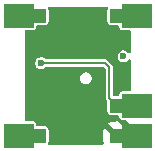
<source format=gbr>
%TF.GenerationSoftware,KiCad,Pcbnew,9.0.1+dfsg-1*%
%TF.CreationDate,2025-05-01T11:03:34+02:00*%
%TF.ProjectId,mems-microphone,6d656d73-2d6d-4696-9372-6f70686f6e65,rev?*%
%TF.SameCoordinates,Original*%
%TF.FileFunction,Copper,L2,Bot*%
%TF.FilePolarity,Positive*%
%FSLAX46Y46*%
G04 Gerber Fmt 4.6, Leading zero omitted, Abs format (unit mm)*
G04 Created by KiCad (PCBNEW 9.0.1+dfsg-1) date 2025-05-01 11:03:34*
%MOMM*%
%LPD*%
G01*
G04 APERTURE LIST*
G04 Aperture macros list*
%AMRoundRect*
0 Rectangle with rounded corners*
0 $1 Rounding radius*
0 $2 $3 $4 $5 $6 $7 $8 $9 X,Y pos of 4 corners*
0 Add a 4 corners polygon primitive as box body*
4,1,4,$2,$3,$4,$5,$6,$7,$8,$9,$2,$3,0*
0 Add four circle primitives for the rounded corners*
1,1,$1+$1,$2,$3*
1,1,$1+$1,$4,$5*
1,1,$1+$1,$6,$7*
1,1,$1+$1,$8,$9*
0 Add four rect primitives between the rounded corners*
20,1,$1+$1,$2,$3,$4,$5,0*
20,1,$1+$1,$4,$5,$6,$7,0*
20,1,$1+$1,$6,$7,$8,$9,0*
20,1,$1+$1,$8,$9,$2,$3,0*%
G04 Aperture macros list end*
%TA.AperFunction,CastellatedPad*%
%ADD10R,2.540000X2.000000*%
%TD*%
%TA.AperFunction,ComponentPad*%
%ADD11RoundRect,0.250000X-0.375000X-0.375000X0.375000X-0.375000X0.375000X0.375000X-0.375000X0.375000X0*%
%TD*%
%TA.AperFunction,ViaPad*%
%ADD12C,0.600000*%
%TD*%
%TA.AperFunction,Conductor*%
%ADD13C,0.200000*%
%TD*%
G04 APERTURE END LIST*
D10*
%TO.P,M1,1,VCC*%
%TO.N,VCC*%
X66950000Y-42545000D03*
D11*
X65250000Y-42545000D03*
D10*
%TO.P,M1,4*%
%TO.N,LR_SELECT*%
X66950000Y-50165000D03*
D11*
X65250000Y-50165000D03*
D10*
%TO.P,M1,5,GND*%
%TO.N,GND*%
X66950000Y-52705000D03*
D11*
X65250000Y-52705000D03*
%TO.P,M1,6*%
%TO.N,CLOCK*%
X58650000Y-42545000D03*
D10*
X56950000Y-42545000D03*
D11*
%TO.P,M1,10*%
%TO.N,DATA*%
X58650000Y-52705000D03*
D10*
X56950000Y-52705000D03*
%TD*%
D12*
%TO.N,*%
X65820000Y-45990000D03*
%TO.N,GND*%
X64220000Y-44360000D03*
X58700000Y-45570000D03*
X57880000Y-51100000D03*
X58220000Y-44080000D03*
X65330000Y-44010000D03*
X65240000Y-48630000D03*
X64140000Y-51140000D03*
X60500000Y-43270000D03*
X63860000Y-47200000D03*
%TO.N,LR_SELECT*%
X58840000Y-46560000D03*
%TD*%
D13*
%TO.N,LR_SELECT*%
X64610000Y-49525000D02*
X64610000Y-46910000D01*
X65250000Y-50165000D02*
X64610000Y-49525000D01*
X64610000Y-46910000D02*
X64260000Y-46560000D01*
X67000000Y-50460000D02*
X66430800Y-50460000D01*
X64260000Y-46560000D02*
X58840000Y-46560000D01*
%TD*%
%TA.AperFunction,Conductor*%
%TO.N,GND*%
G36*
X64429445Y-41795185D02*
G01*
X64475200Y-41847989D01*
X64485144Y-41917147D01*
X64475024Y-41948259D01*
X64475276Y-41948348D01*
X64427353Y-42085298D01*
X64427353Y-42085300D01*
X64424500Y-42115730D01*
X64424500Y-42974269D01*
X64427353Y-43004699D01*
X64427353Y-43004701D01*
X64472206Y-43132880D01*
X64472207Y-43132882D01*
X64552850Y-43242150D01*
X64662118Y-43322793D01*
X64704845Y-43337744D01*
X64790299Y-43367646D01*
X64820730Y-43370500D01*
X64820734Y-43370500D01*
X65355500Y-43370500D01*
X65422539Y-43390185D01*
X65468294Y-43442989D01*
X65479500Y-43494500D01*
X65479500Y-43564752D01*
X65491131Y-43623229D01*
X65491132Y-43623230D01*
X65535447Y-43689552D01*
X65601769Y-43733867D01*
X65601770Y-43733868D01*
X65660247Y-43745499D01*
X65660250Y-43745500D01*
X65660252Y-43745500D01*
X66325500Y-43745500D01*
X66392539Y-43765185D01*
X66438294Y-43817989D01*
X66449500Y-43869500D01*
X66449500Y-45616551D01*
X66429815Y-45683590D01*
X66377011Y-45729345D01*
X66307853Y-45739289D01*
X66244297Y-45710264D01*
X66226306Y-45688476D01*
X66225448Y-45689135D01*
X66220502Y-45682689D01*
X66220500Y-45682686D01*
X66127314Y-45589500D01*
X66070250Y-45556554D01*
X66013187Y-45523608D01*
X65949539Y-45506554D01*
X65885892Y-45489500D01*
X65754108Y-45489500D01*
X65626812Y-45523608D01*
X65512686Y-45589500D01*
X65512683Y-45589502D01*
X65419502Y-45682683D01*
X65419500Y-45682686D01*
X65353608Y-45796812D01*
X65319500Y-45924108D01*
X65319500Y-46055891D01*
X65353608Y-46183187D01*
X65376699Y-46223181D01*
X65419500Y-46297314D01*
X65512686Y-46390500D01*
X65626814Y-46456392D01*
X65754108Y-46490500D01*
X65754110Y-46490500D01*
X65885890Y-46490500D01*
X65885892Y-46490500D01*
X66013186Y-46456392D01*
X66127314Y-46390500D01*
X66220500Y-46297314D01*
X66220504Y-46297306D01*
X66225448Y-46290865D01*
X66227534Y-46292466D01*
X66268674Y-46253235D01*
X66337280Y-46240009D01*
X66402147Y-46265973D01*
X66442678Y-46322885D01*
X66449500Y-46363448D01*
X66449500Y-48840500D01*
X66429815Y-48907539D01*
X66377011Y-48953294D01*
X66325500Y-48964500D01*
X65660247Y-48964500D01*
X65601770Y-48976131D01*
X65601769Y-48976132D01*
X65535447Y-49020447D01*
X65491132Y-49086769D01*
X65491131Y-49086770D01*
X65479500Y-49145247D01*
X65479500Y-49215500D01*
X65459815Y-49282539D01*
X65407011Y-49328294D01*
X65355500Y-49339500D01*
X65034500Y-49339500D01*
X64967461Y-49319815D01*
X64921706Y-49267011D01*
X64910500Y-49215500D01*
X64910500Y-46870440D01*
X64910499Y-46870436D01*
X64909662Y-46867313D01*
X64902350Y-46840021D01*
X64890022Y-46794012D01*
X64850460Y-46725489D01*
X64444511Y-46319540D01*
X64444510Y-46319539D01*
X64444507Y-46319537D01*
X64435065Y-46314086D01*
X64435064Y-46314086D01*
X64375991Y-46279980D01*
X64375990Y-46279979D01*
X64350513Y-46273152D01*
X64299562Y-46259500D01*
X64299560Y-46259500D01*
X59298676Y-46259500D01*
X59231637Y-46239815D01*
X59210995Y-46223181D01*
X59147316Y-46159502D01*
X59147314Y-46159500D01*
X59090250Y-46126554D01*
X59033187Y-46093608D01*
X58969539Y-46076554D01*
X58905892Y-46059500D01*
X58774108Y-46059500D01*
X58646812Y-46093608D01*
X58532686Y-46159500D01*
X58532683Y-46159502D01*
X58439502Y-46252683D01*
X58439500Y-46252686D01*
X58373608Y-46366812D01*
X58339500Y-46494108D01*
X58339500Y-46625891D01*
X58373608Y-46753187D01*
X58397178Y-46794010D01*
X58439500Y-46867314D01*
X58532686Y-46960500D01*
X58646814Y-47026392D01*
X58774108Y-47060500D01*
X58774110Y-47060500D01*
X58905890Y-47060500D01*
X58905892Y-47060500D01*
X59033186Y-47026392D01*
X59147314Y-46960500D01*
X59210995Y-46896819D01*
X59272318Y-46863334D01*
X59298676Y-46860500D01*
X64084167Y-46860500D01*
X64113607Y-46869144D01*
X64143594Y-46875668D01*
X64148609Y-46879422D01*
X64151206Y-46880185D01*
X64171848Y-46896819D01*
X64273181Y-46998152D01*
X64306666Y-47059475D01*
X64309500Y-47085833D01*
X64309500Y-49564562D01*
X64323152Y-49615513D01*
X64329979Y-49640990D01*
X64329980Y-49640991D01*
X64367109Y-49705301D01*
X64369540Y-49709511D01*
X64369542Y-49709514D01*
X64388179Y-49728150D01*
X64421666Y-49789472D01*
X64424500Y-49815833D01*
X64424500Y-50594269D01*
X64427353Y-50624699D01*
X64427353Y-50624701D01*
X64472206Y-50752880D01*
X64472207Y-50752882D01*
X64552850Y-50862150D01*
X64662118Y-50942793D01*
X64704845Y-50957744D01*
X64790299Y-50987646D01*
X64820730Y-50990500D01*
X64820734Y-50990500D01*
X65355500Y-50990500D01*
X65422539Y-51010185D01*
X65468294Y-51062989D01*
X65476451Y-51087169D01*
X65479500Y-51100662D01*
X65479500Y-51184748D01*
X65491133Y-51243231D01*
X65522232Y-51289773D01*
X65527302Y-51312209D01*
X65526711Y-51321511D01*
X65564886Y-51329816D01*
X65574341Y-51335540D01*
X65601769Y-51353867D01*
X65601771Y-51353867D01*
X65601772Y-51353868D01*
X65601770Y-51353868D01*
X65660247Y-51365499D01*
X65660250Y-51365500D01*
X65660252Y-51365500D01*
X65912690Y-51365500D01*
X65979729Y-51385185D01*
X66000371Y-51401819D01*
X66413181Y-51814629D01*
X66446666Y-51875952D01*
X66449500Y-51902310D01*
X66449500Y-51996966D01*
X66344742Y-52040359D01*
X66221903Y-52122437D01*
X66117894Y-52226445D01*
X65417778Y-51526329D01*
X65384293Y-51465006D01*
X65384661Y-51459858D01*
X65370053Y-51453500D01*
X65347800Y-51448846D01*
X65338630Y-51439822D01*
X65326834Y-51434688D01*
X65318670Y-51427221D01*
X65287041Y-51395592D01*
X65236647Y-51462910D01*
X65223061Y-51499335D01*
X65181189Y-51555268D01*
X65115724Y-51579684D01*
X65106880Y-51580000D01*
X64825029Y-51580000D01*
X64825012Y-51580001D01*
X64722302Y-51590494D01*
X64555878Y-51645642D01*
X64555873Y-51645644D01*
X64548651Y-51650098D01*
X64548650Y-51650099D01*
X65228551Y-52330000D01*
X65200630Y-52330000D01*
X65105255Y-52355556D01*
X65019745Y-52404925D01*
X64949925Y-52474745D01*
X64900556Y-52560255D01*
X64875000Y-52655630D01*
X64875000Y-52683551D01*
X64195099Y-52003650D01*
X64195098Y-52003651D01*
X64190644Y-52010873D01*
X64190642Y-52010877D01*
X64135494Y-52177302D01*
X64135493Y-52177309D01*
X64125000Y-52280013D01*
X64125000Y-53129971D01*
X64125001Y-53129987D01*
X64135493Y-53232695D01*
X64161606Y-53311495D01*
X64164008Y-53381324D01*
X64128277Y-53441366D01*
X64065756Y-53472559D01*
X64043900Y-53474500D01*
X59537594Y-53474500D01*
X59470555Y-53454815D01*
X59424800Y-53402011D01*
X59414856Y-53332853D01*
X59424975Y-53301740D01*
X59424724Y-53301652D01*
X59472646Y-53164701D01*
X59472646Y-53164699D01*
X59475500Y-53134269D01*
X59475500Y-52275730D01*
X59472646Y-52245300D01*
X59472646Y-52245298D01*
X59427793Y-52117119D01*
X59427792Y-52117117D01*
X59347150Y-52007850D01*
X59237882Y-51927207D01*
X59237880Y-51927206D01*
X59109700Y-51882353D01*
X59079270Y-51879500D01*
X59079266Y-51879500D01*
X58544500Y-51879500D01*
X58477461Y-51859815D01*
X58431706Y-51807011D01*
X58420500Y-51755500D01*
X58420500Y-51685249D01*
X58420499Y-51685247D01*
X58408868Y-51626770D01*
X58408867Y-51626769D01*
X58364552Y-51560447D01*
X58298230Y-51516132D01*
X58298229Y-51516131D01*
X58239752Y-51504500D01*
X58239748Y-51504500D01*
X57574500Y-51504500D01*
X57507461Y-51484815D01*
X57461706Y-51432011D01*
X57450500Y-51380500D01*
X57450500Y-47796608D01*
X62132000Y-47796608D01*
X62132000Y-47928391D01*
X62166108Y-48055687D01*
X62199054Y-48112750D01*
X62232000Y-48169814D01*
X62325186Y-48263000D01*
X62439314Y-48328892D01*
X62566608Y-48363000D01*
X62566610Y-48363000D01*
X62698390Y-48363000D01*
X62698392Y-48363000D01*
X62825686Y-48328892D01*
X62939814Y-48263000D01*
X63033000Y-48169814D01*
X63098892Y-48055686D01*
X63133000Y-47928392D01*
X63133000Y-47796608D01*
X63098892Y-47669314D01*
X63033000Y-47555186D01*
X62939814Y-47462000D01*
X62882750Y-47429054D01*
X62825687Y-47396108D01*
X62762039Y-47379054D01*
X62698392Y-47362000D01*
X62566608Y-47362000D01*
X62439312Y-47396108D01*
X62325186Y-47462000D01*
X62325183Y-47462002D01*
X62232002Y-47555183D01*
X62232000Y-47555186D01*
X62166108Y-47669312D01*
X62132000Y-47796608D01*
X57450500Y-47796608D01*
X57450500Y-43869500D01*
X57470185Y-43802461D01*
X57522989Y-43756706D01*
X57574500Y-43745500D01*
X58239750Y-43745500D01*
X58239751Y-43745499D01*
X58254568Y-43742552D01*
X58298229Y-43733868D01*
X58298229Y-43733867D01*
X58298231Y-43733867D01*
X58364552Y-43689552D01*
X58408867Y-43623231D01*
X58408867Y-43623229D01*
X58408868Y-43623229D01*
X58420499Y-43564752D01*
X58420500Y-43564750D01*
X58420500Y-43494500D01*
X58440185Y-43427461D01*
X58492989Y-43381706D01*
X58544500Y-43370500D01*
X59079270Y-43370500D01*
X59109699Y-43367646D01*
X59109701Y-43367646D01*
X59173790Y-43345219D01*
X59237882Y-43322793D01*
X59347150Y-43242150D01*
X59427793Y-43132882D01*
X59450219Y-43068790D01*
X59472646Y-43004701D01*
X59472646Y-43004699D01*
X59475500Y-42974269D01*
X59475500Y-42115730D01*
X59472646Y-42085300D01*
X59472646Y-42085298D01*
X59424724Y-41948348D01*
X59426020Y-41947894D01*
X59414042Y-41888966D01*
X59439351Y-41823841D01*
X59495851Y-41782737D01*
X59537594Y-41775500D01*
X64362406Y-41775500D01*
X64429445Y-41795185D01*
G37*
%TD.AperFunction*%
%TD*%
M02*

</source>
